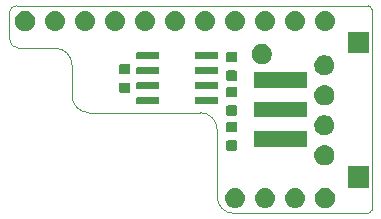
<source format=gts>
G04 #@! TF.GenerationSoftware,KiCad,Pcbnew,5.0.1*
G04 #@! TF.CreationDate,2019-10-27T19:11:33+01:00*
G04 #@! TF.ProjectId,OtterPill-CAN,4F7474657250696C6C2D43414E2E6B69,rev?*
G04 #@! TF.SameCoordinates,Original*
G04 #@! TF.FileFunction,Soldermask,Top*
G04 #@! TF.FilePolarity,Negative*
%FSLAX46Y46*%
G04 Gerber Fmt 4.6, Leading zero omitted, Abs format (unit mm)*
G04 Created by KiCad (PCBNEW 5.0.1) date Sun 27 Oct 2019 07:11:33 PM CET*
%MOMM*%
%LPD*%
G01*
G04 APERTURE LIST*
%ADD10C,0.050000*%
%ADD11C,0.100000*%
G04 APERTURE END LIST*
D10*
X63200000Y-37100000D02*
G75*
G02X62900000Y-37400000I-300000J0D01*
G01*
X62900000Y-19800000D02*
G75*
G02X63200000Y-20100000I0J-300000D01*
G01*
X32530000Y-20410000D02*
G75*
G02X33140000Y-19800000I610000J0D01*
G01*
X33320000Y-23405246D02*
X36404426Y-23405246D01*
X32530000Y-22615246D02*
G75*
G03X33320000Y-23405246I790000J0D01*
G01*
X37834459Y-24835279D02*
G75*
G03X36404426Y-23405246I-1430033J0D01*
G01*
X37834459Y-27430000D02*
X37834459Y-24835279D01*
X50115574Y-35969966D02*
G75*
G03X51545608Y-37400000I1430034J0D01*
G01*
X37834459Y-27430000D02*
G75*
G03X39264493Y-28860034I1430034J0D01*
G01*
X48690000Y-28860000D02*
X39260000Y-28860000D01*
X50115574Y-30290034D02*
G75*
G03X48685540Y-28860000I-1430034J0D01*
G01*
X50115574Y-35964754D02*
X50115574Y-30294754D01*
X32530000Y-20410000D02*
X32530000Y-22615246D01*
X62900000Y-19800000D02*
X33140000Y-19800000D01*
X63200000Y-20110000D02*
X63200000Y-37100000D01*
X51540000Y-37400000D02*
X62900000Y-37400000D01*
D11*
G36*
X56886630Y-35262299D02*
X57046855Y-35310903D01*
X57194520Y-35389831D01*
X57323949Y-35496051D01*
X57430169Y-35625480D01*
X57509097Y-35773145D01*
X57557701Y-35933370D01*
X57574112Y-36100000D01*
X57557701Y-36266630D01*
X57509097Y-36426855D01*
X57430169Y-36574520D01*
X57323949Y-36703949D01*
X57194520Y-36810169D01*
X57046855Y-36889097D01*
X56886630Y-36937701D01*
X56761752Y-36950000D01*
X56678248Y-36950000D01*
X56553370Y-36937701D01*
X56393145Y-36889097D01*
X56245480Y-36810169D01*
X56116051Y-36703949D01*
X56009831Y-36574520D01*
X55930903Y-36426855D01*
X55882299Y-36266630D01*
X55865888Y-36100000D01*
X55882299Y-35933370D01*
X55930903Y-35773145D01*
X56009831Y-35625480D01*
X56116051Y-35496051D01*
X56245480Y-35389831D01*
X56393145Y-35310903D01*
X56553370Y-35262299D01*
X56678248Y-35250000D01*
X56761752Y-35250000D01*
X56886630Y-35262299D01*
X56886630Y-35262299D01*
G37*
G36*
X59507934Y-35282664D02*
X59662627Y-35346740D01*
X59801847Y-35439764D01*
X59920236Y-35558153D01*
X60013260Y-35697373D01*
X60077336Y-35852066D01*
X60110000Y-36016281D01*
X60110000Y-36183719D01*
X60077336Y-36347934D01*
X60013260Y-36502627D01*
X59920236Y-36641847D01*
X59801847Y-36760236D01*
X59662627Y-36853260D01*
X59507934Y-36917336D01*
X59343719Y-36950000D01*
X59176281Y-36950000D01*
X59012066Y-36917336D01*
X58857373Y-36853260D01*
X58718153Y-36760236D01*
X58599764Y-36641847D01*
X58506740Y-36502627D01*
X58442664Y-36347934D01*
X58410000Y-36183719D01*
X58410000Y-36016281D01*
X58442664Y-35852066D01*
X58506740Y-35697373D01*
X58599764Y-35558153D01*
X58718153Y-35439764D01*
X58857373Y-35346740D01*
X59012066Y-35282664D01*
X59176281Y-35250000D01*
X59343719Y-35250000D01*
X59507934Y-35282664D01*
X59507934Y-35282664D01*
G37*
G36*
X51806630Y-35262299D02*
X51966855Y-35310903D01*
X52114520Y-35389831D01*
X52243949Y-35496051D01*
X52350169Y-35625480D01*
X52429097Y-35773145D01*
X52477701Y-35933370D01*
X52494112Y-36100000D01*
X52477701Y-36266630D01*
X52429097Y-36426855D01*
X52350169Y-36574520D01*
X52243949Y-36703949D01*
X52114520Y-36810169D01*
X51966855Y-36889097D01*
X51806630Y-36937701D01*
X51681752Y-36950000D01*
X51598248Y-36950000D01*
X51473370Y-36937701D01*
X51313145Y-36889097D01*
X51165480Y-36810169D01*
X51036051Y-36703949D01*
X50929831Y-36574520D01*
X50850903Y-36426855D01*
X50802299Y-36266630D01*
X50785888Y-36100000D01*
X50802299Y-35933370D01*
X50850903Y-35773145D01*
X50929831Y-35625480D01*
X51036051Y-35496051D01*
X51165480Y-35389831D01*
X51313145Y-35310903D01*
X51473370Y-35262299D01*
X51598248Y-35250000D01*
X51681752Y-35250000D01*
X51806630Y-35262299D01*
X51806630Y-35262299D01*
G37*
G36*
X54346630Y-35262299D02*
X54506855Y-35310903D01*
X54654520Y-35389831D01*
X54783949Y-35496051D01*
X54890169Y-35625480D01*
X54969097Y-35773145D01*
X55017701Y-35933370D01*
X55034112Y-36100000D01*
X55017701Y-36266630D01*
X54969097Y-36426855D01*
X54890169Y-36574520D01*
X54783949Y-36703949D01*
X54654520Y-36810169D01*
X54506855Y-36889097D01*
X54346630Y-36937701D01*
X54221752Y-36950000D01*
X54138248Y-36950000D01*
X54013370Y-36937701D01*
X53853145Y-36889097D01*
X53705480Y-36810169D01*
X53576051Y-36703949D01*
X53469831Y-36574520D01*
X53390903Y-36426855D01*
X53342299Y-36266630D01*
X53325888Y-36100000D01*
X53342299Y-35933370D01*
X53390903Y-35773145D01*
X53469831Y-35625480D01*
X53576051Y-35496051D01*
X53705480Y-35389831D01*
X53853145Y-35310903D01*
X54013370Y-35262299D01*
X54138248Y-35250000D01*
X54221752Y-35250000D01*
X54346630Y-35262299D01*
X54346630Y-35262299D01*
G37*
G36*
X62990000Y-35200000D02*
X61190000Y-35200000D01*
X61190000Y-33400000D01*
X62990000Y-33400000D01*
X62990000Y-35200000D01*
X62990000Y-35200000D01*
G37*
G36*
X59366630Y-31632299D02*
X59526855Y-31680903D01*
X59674520Y-31759831D01*
X59803949Y-31866051D01*
X59910169Y-31995480D01*
X59989097Y-32143145D01*
X60037701Y-32303370D01*
X60054112Y-32470000D01*
X60037701Y-32636630D01*
X59989097Y-32796855D01*
X59910169Y-32944520D01*
X59803949Y-33073949D01*
X59674520Y-33180169D01*
X59526855Y-33259097D01*
X59366630Y-33307701D01*
X59241752Y-33320000D01*
X59158248Y-33320000D01*
X59033370Y-33307701D01*
X58873145Y-33259097D01*
X58725480Y-33180169D01*
X58596051Y-33073949D01*
X58489831Y-32944520D01*
X58410903Y-32796855D01*
X58362299Y-32636630D01*
X58345888Y-32470000D01*
X58362299Y-32303370D01*
X58410903Y-32143145D01*
X58489831Y-31995480D01*
X58596051Y-31866051D01*
X58725480Y-31759831D01*
X58873145Y-31680903D01*
X59033370Y-31632299D01*
X59158248Y-31620000D01*
X59241752Y-31620000D01*
X59366630Y-31632299D01*
X59366630Y-31632299D01*
G37*
G36*
X51699116Y-31213595D02*
X51728313Y-31222452D01*
X51755218Y-31236833D01*
X51778808Y-31256192D01*
X51798167Y-31279782D01*
X51812548Y-31306687D01*
X51821405Y-31335884D01*
X51825000Y-31372390D01*
X51825000Y-31922610D01*
X51821405Y-31959116D01*
X51812548Y-31988313D01*
X51798167Y-32015218D01*
X51778808Y-32038808D01*
X51755218Y-32058167D01*
X51728313Y-32072548D01*
X51699116Y-32081405D01*
X51662610Y-32085000D01*
X51037390Y-32085000D01*
X51000884Y-32081405D01*
X50971687Y-32072548D01*
X50944782Y-32058167D01*
X50921192Y-32038808D01*
X50901833Y-32015218D01*
X50887452Y-31988313D01*
X50878595Y-31959116D01*
X50875000Y-31922610D01*
X50875000Y-31372390D01*
X50878595Y-31335884D01*
X50887452Y-31306687D01*
X50901833Y-31279782D01*
X50921192Y-31256192D01*
X50944782Y-31236833D01*
X50971687Y-31222452D01*
X51000884Y-31213595D01*
X51037390Y-31210000D01*
X51662610Y-31210000D01*
X51699116Y-31213595D01*
X51699116Y-31213595D01*
G37*
G36*
X57740000Y-31750000D02*
X53240000Y-31750000D01*
X53240000Y-30450000D01*
X57740000Y-30450000D01*
X57740000Y-31750000D01*
X57740000Y-31750000D01*
G37*
G36*
X59447934Y-29112664D02*
X59602627Y-29176740D01*
X59741847Y-29269764D01*
X59860236Y-29388153D01*
X59953260Y-29527373D01*
X60017336Y-29682066D01*
X60050000Y-29846281D01*
X60050000Y-30013719D01*
X60017336Y-30177934D01*
X59953260Y-30332627D01*
X59860236Y-30471847D01*
X59741847Y-30590236D01*
X59602627Y-30683260D01*
X59447934Y-30747336D01*
X59283719Y-30780000D01*
X59116281Y-30780000D01*
X58952066Y-30747336D01*
X58797373Y-30683260D01*
X58658153Y-30590236D01*
X58539764Y-30471847D01*
X58446740Y-30332627D01*
X58382664Y-30177934D01*
X58350000Y-30013719D01*
X58350000Y-29846281D01*
X58382664Y-29682066D01*
X58446740Y-29527373D01*
X58539764Y-29388153D01*
X58658153Y-29269764D01*
X58797373Y-29176740D01*
X58952066Y-29112664D01*
X59116281Y-29080000D01*
X59283719Y-29080000D01*
X59447934Y-29112664D01*
X59447934Y-29112664D01*
G37*
G36*
X51699116Y-29638595D02*
X51728313Y-29647452D01*
X51755218Y-29661833D01*
X51778808Y-29681192D01*
X51798167Y-29704782D01*
X51812548Y-29731687D01*
X51821405Y-29760884D01*
X51825000Y-29797390D01*
X51825000Y-30347610D01*
X51821405Y-30384116D01*
X51812548Y-30413313D01*
X51798167Y-30440218D01*
X51778808Y-30463808D01*
X51755218Y-30483167D01*
X51728313Y-30497548D01*
X51699116Y-30506405D01*
X51662610Y-30510000D01*
X51037390Y-30510000D01*
X51000884Y-30506405D01*
X50971687Y-30497548D01*
X50944782Y-30483167D01*
X50921192Y-30463808D01*
X50901833Y-30440218D01*
X50887452Y-30413313D01*
X50878595Y-30384116D01*
X50875000Y-30347610D01*
X50875000Y-29797390D01*
X50878595Y-29760884D01*
X50887452Y-29731687D01*
X50901833Y-29704782D01*
X50921192Y-29681192D01*
X50944782Y-29661833D01*
X50971687Y-29647452D01*
X51000884Y-29638595D01*
X51037390Y-29635000D01*
X51662610Y-29635000D01*
X51699116Y-29638595D01*
X51699116Y-29638595D01*
G37*
G36*
X57740000Y-29250000D02*
X53240000Y-29250000D01*
X53240000Y-27950000D01*
X57740000Y-27950000D01*
X57740000Y-29250000D01*
X57740000Y-29250000D01*
G37*
G36*
X51699116Y-28253595D02*
X51728313Y-28262452D01*
X51755218Y-28276833D01*
X51778808Y-28296192D01*
X51798167Y-28319782D01*
X51812548Y-28346687D01*
X51821405Y-28375884D01*
X51825000Y-28412390D01*
X51825000Y-28962610D01*
X51821405Y-28999116D01*
X51812548Y-29028313D01*
X51798167Y-29055218D01*
X51778808Y-29078808D01*
X51755218Y-29098167D01*
X51728313Y-29112548D01*
X51699116Y-29121405D01*
X51662610Y-29125000D01*
X51037390Y-29125000D01*
X51000884Y-29121405D01*
X50971687Y-29112548D01*
X50944782Y-29098167D01*
X50921192Y-29078808D01*
X50901833Y-29055218D01*
X50887452Y-29028313D01*
X50878595Y-28999116D01*
X50875000Y-28962610D01*
X50875000Y-28412390D01*
X50878595Y-28375884D01*
X50887452Y-28346687D01*
X50901833Y-28319782D01*
X50921192Y-28296192D01*
X50944782Y-28276833D01*
X50971687Y-28262452D01*
X51000884Y-28253595D01*
X51037390Y-28250000D01*
X51662610Y-28250000D01*
X51699116Y-28253595D01*
X51699116Y-28253595D01*
G37*
G36*
X59366630Y-26552299D02*
X59526855Y-26600903D01*
X59674520Y-26679831D01*
X59803949Y-26786051D01*
X59910169Y-26915480D01*
X59989097Y-27063145D01*
X60037701Y-27223370D01*
X60054112Y-27390000D01*
X60037701Y-27556630D01*
X59989097Y-27716855D01*
X59910169Y-27864520D01*
X59803949Y-27993949D01*
X59674520Y-28100169D01*
X59526855Y-28179097D01*
X59366630Y-28227701D01*
X59241752Y-28240000D01*
X59158248Y-28240000D01*
X59033370Y-28227701D01*
X58873145Y-28179097D01*
X58725480Y-28100169D01*
X58596051Y-27993949D01*
X58489831Y-27864520D01*
X58410903Y-27716855D01*
X58362299Y-27556630D01*
X58345888Y-27390000D01*
X58362299Y-27223370D01*
X58410903Y-27063145D01*
X58489831Y-26915480D01*
X58596051Y-26786051D01*
X58725480Y-26679831D01*
X58873145Y-26600903D01*
X59033370Y-26552299D01*
X59158248Y-26540000D01*
X59241752Y-26540000D01*
X59366630Y-26552299D01*
X59366630Y-26552299D01*
G37*
G36*
X45169452Y-27547274D02*
X45185750Y-27552218D01*
X45200777Y-27560251D01*
X45213944Y-27571056D01*
X45224749Y-27584223D01*
X45232782Y-27599250D01*
X45237726Y-27615548D01*
X45240000Y-27638640D01*
X45240000Y-28051360D01*
X45237726Y-28074452D01*
X45232782Y-28090750D01*
X45224749Y-28105777D01*
X45213944Y-28118944D01*
X45200777Y-28129749D01*
X45185750Y-28137782D01*
X45169452Y-28142726D01*
X45146360Y-28145000D01*
X43383640Y-28145000D01*
X43360548Y-28142726D01*
X43344250Y-28137782D01*
X43329223Y-28129749D01*
X43316056Y-28118944D01*
X43305251Y-28105777D01*
X43297218Y-28090750D01*
X43292274Y-28074452D01*
X43290000Y-28051360D01*
X43290000Y-27638640D01*
X43292274Y-27615548D01*
X43297218Y-27599250D01*
X43305251Y-27584223D01*
X43316056Y-27571056D01*
X43329223Y-27560251D01*
X43344250Y-27552218D01*
X43360548Y-27547274D01*
X43383640Y-27545000D01*
X45146360Y-27545000D01*
X45169452Y-27547274D01*
X45169452Y-27547274D01*
G37*
G36*
X50119452Y-27547274D02*
X50135750Y-27552218D01*
X50150777Y-27560251D01*
X50163944Y-27571056D01*
X50174749Y-27584223D01*
X50182782Y-27599250D01*
X50187726Y-27615548D01*
X50190000Y-27638640D01*
X50190000Y-28051360D01*
X50187726Y-28074452D01*
X50182782Y-28090750D01*
X50174749Y-28105777D01*
X50163944Y-28118944D01*
X50150777Y-28129749D01*
X50135750Y-28137782D01*
X50119452Y-28142726D01*
X50096360Y-28145000D01*
X48333640Y-28145000D01*
X48310548Y-28142726D01*
X48294250Y-28137782D01*
X48279223Y-28129749D01*
X48266056Y-28118944D01*
X48255251Y-28105777D01*
X48247218Y-28090750D01*
X48242274Y-28074452D01*
X48240000Y-28051360D01*
X48240000Y-27638640D01*
X48242274Y-27615548D01*
X48247218Y-27599250D01*
X48255251Y-27584223D01*
X48266056Y-27571056D01*
X48279223Y-27560251D01*
X48294250Y-27552218D01*
X48310548Y-27547274D01*
X48333640Y-27545000D01*
X50096360Y-27545000D01*
X50119452Y-27547274D01*
X50119452Y-27547274D01*
G37*
G36*
X51699116Y-26678595D02*
X51728313Y-26687452D01*
X51755218Y-26701833D01*
X51778808Y-26721192D01*
X51798167Y-26744782D01*
X51812548Y-26771687D01*
X51821405Y-26800884D01*
X51825000Y-26837390D01*
X51825000Y-27387610D01*
X51821405Y-27424116D01*
X51812548Y-27453313D01*
X51798167Y-27480218D01*
X51778808Y-27503808D01*
X51755218Y-27523167D01*
X51728313Y-27537548D01*
X51699116Y-27546405D01*
X51662610Y-27550000D01*
X51037390Y-27550000D01*
X51000884Y-27546405D01*
X50971687Y-27537548D01*
X50944782Y-27523167D01*
X50921192Y-27503808D01*
X50901833Y-27480218D01*
X50887452Y-27453313D01*
X50878595Y-27424116D01*
X50875000Y-27387610D01*
X50875000Y-26837390D01*
X50878595Y-26800884D01*
X50887452Y-26771687D01*
X50901833Y-26744782D01*
X50921192Y-26721192D01*
X50944782Y-26701833D01*
X50971687Y-26687452D01*
X51000884Y-26678595D01*
X51037390Y-26675000D01*
X51662610Y-26675000D01*
X51699116Y-26678595D01*
X51699116Y-26678595D01*
G37*
G36*
X42649116Y-26313596D02*
X42678313Y-26322453D01*
X42705218Y-26336834D01*
X42728808Y-26356193D01*
X42748167Y-26379783D01*
X42762548Y-26406688D01*
X42771405Y-26435885D01*
X42775000Y-26472391D01*
X42775000Y-27022611D01*
X42771405Y-27059117D01*
X42762548Y-27088314D01*
X42748167Y-27115219D01*
X42728808Y-27138809D01*
X42705218Y-27158168D01*
X42678313Y-27172549D01*
X42649116Y-27181406D01*
X42612610Y-27185001D01*
X41987390Y-27185001D01*
X41950884Y-27181406D01*
X41921687Y-27172549D01*
X41894782Y-27158168D01*
X41871192Y-27138809D01*
X41851833Y-27115219D01*
X41837452Y-27088314D01*
X41828595Y-27059117D01*
X41825000Y-27022611D01*
X41825000Y-26472391D01*
X41828595Y-26435885D01*
X41837452Y-26406688D01*
X41851833Y-26379783D01*
X41871192Y-26356193D01*
X41894782Y-26336834D01*
X41921687Y-26322453D01*
X41950884Y-26313596D01*
X41987390Y-26310001D01*
X42612610Y-26310001D01*
X42649116Y-26313596D01*
X42649116Y-26313596D01*
G37*
G36*
X45169452Y-26277274D02*
X45185750Y-26282218D01*
X45200777Y-26290251D01*
X45213944Y-26301056D01*
X45224749Y-26314223D01*
X45232782Y-26329250D01*
X45237726Y-26345548D01*
X45240000Y-26368640D01*
X45240000Y-26781360D01*
X45237726Y-26804452D01*
X45232782Y-26820750D01*
X45224749Y-26835777D01*
X45213944Y-26848944D01*
X45200777Y-26859749D01*
X45185750Y-26867782D01*
X45169452Y-26872726D01*
X45146360Y-26875000D01*
X43383640Y-26875000D01*
X43360548Y-26872726D01*
X43344250Y-26867782D01*
X43329223Y-26859749D01*
X43316056Y-26848944D01*
X43305251Y-26835777D01*
X43297218Y-26820750D01*
X43292274Y-26804452D01*
X43290000Y-26781360D01*
X43290000Y-26368640D01*
X43292274Y-26345548D01*
X43297218Y-26329250D01*
X43305251Y-26314223D01*
X43316056Y-26301056D01*
X43329223Y-26290251D01*
X43344250Y-26282218D01*
X43360548Y-26277274D01*
X43383640Y-26275000D01*
X45146360Y-26275000D01*
X45169452Y-26277274D01*
X45169452Y-26277274D01*
G37*
G36*
X50119452Y-26277274D02*
X50135750Y-26282218D01*
X50150777Y-26290251D01*
X50163944Y-26301056D01*
X50174749Y-26314223D01*
X50182782Y-26329250D01*
X50187726Y-26345548D01*
X50190000Y-26368640D01*
X50190000Y-26781360D01*
X50187726Y-26804452D01*
X50182782Y-26820750D01*
X50174749Y-26835777D01*
X50163944Y-26848944D01*
X50150777Y-26859749D01*
X50135750Y-26867782D01*
X50119452Y-26872726D01*
X50096360Y-26875000D01*
X48333640Y-26875000D01*
X48310548Y-26872726D01*
X48294250Y-26867782D01*
X48279223Y-26859749D01*
X48266056Y-26848944D01*
X48255251Y-26835777D01*
X48247218Y-26820750D01*
X48242274Y-26804452D01*
X48240000Y-26781360D01*
X48240000Y-26368640D01*
X48242274Y-26345548D01*
X48247218Y-26329250D01*
X48255251Y-26314223D01*
X48266056Y-26301056D01*
X48279223Y-26290251D01*
X48294250Y-26282218D01*
X48310548Y-26277274D01*
X48333640Y-26275000D01*
X50096360Y-26275000D01*
X50119452Y-26277274D01*
X50119452Y-26277274D01*
G37*
G36*
X57740000Y-26750000D02*
X53240000Y-26750000D01*
X53240000Y-25450000D01*
X57740000Y-25450000D01*
X57740000Y-26750000D01*
X57740000Y-26750000D01*
G37*
G36*
X51699116Y-25296095D02*
X51728313Y-25304952D01*
X51755218Y-25319333D01*
X51778808Y-25338692D01*
X51798167Y-25362282D01*
X51812548Y-25389187D01*
X51821405Y-25418384D01*
X51825000Y-25454890D01*
X51825000Y-26005110D01*
X51821405Y-26041616D01*
X51812548Y-26070813D01*
X51798167Y-26097718D01*
X51778808Y-26121308D01*
X51755218Y-26140667D01*
X51728313Y-26155048D01*
X51699116Y-26163905D01*
X51662610Y-26167500D01*
X51037390Y-26167500D01*
X51000884Y-26163905D01*
X50971687Y-26155048D01*
X50944782Y-26140667D01*
X50921192Y-26121308D01*
X50901833Y-26097718D01*
X50887452Y-26070813D01*
X50878595Y-26041616D01*
X50875000Y-26005110D01*
X50875000Y-25454890D01*
X50878595Y-25418384D01*
X50887452Y-25389187D01*
X50901833Y-25362282D01*
X50921192Y-25338692D01*
X50944782Y-25319333D01*
X50971687Y-25304952D01*
X51000884Y-25296095D01*
X51037390Y-25292500D01*
X51662610Y-25292500D01*
X51699116Y-25296095D01*
X51699116Y-25296095D01*
G37*
G36*
X59447934Y-24032664D02*
X59602627Y-24096740D01*
X59741847Y-24189764D01*
X59860236Y-24308153D01*
X59953260Y-24447373D01*
X60017336Y-24602066D01*
X60050000Y-24766281D01*
X60050000Y-24933719D01*
X60017336Y-25097934D01*
X59953260Y-25252627D01*
X59860236Y-25391847D01*
X59741847Y-25510236D01*
X59602627Y-25603260D01*
X59447934Y-25667336D01*
X59283719Y-25700000D01*
X59116281Y-25700000D01*
X58952066Y-25667336D01*
X58797373Y-25603260D01*
X58658153Y-25510236D01*
X58539764Y-25391847D01*
X58446740Y-25252627D01*
X58382664Y-25097934D01*
X58350000Y-24933719D01*
X58350000Y-24766281D01*
X58382664Y-24602066D01*
X58446740Y-24447373D01*
X58539764Y-24308153D01*
X58658153Y-24189764D01*
X58797373Y-24096740D01*
X58952066Y-24032664D01*
X59116281Y-24000000D01*
X59283719Y-24000000D01*
X59447934Y-24032664D01*
X59447934Y-24032664D01*
G37*
G36*
X42649116Y-24738594D02*
X42678313Y-24747451D01*
X42705218Y-24761832D01*
X42728808Y-24781191D01*
X42748167Y-24804781D01*
X42762548Y-24831686D01*
X42771405Y-24860883D01*
X42775000Y-24897389D01*
X42775000Y-25447609D01*
X42771405Y-25484115D01*
X42762548Y-25513312D01*
X42748167Y-25540217D01*
X42728808Y-25563807D01*
X42705218Y-25583166D01*
X42678313Y-25597547D01*
X42649116Y-25606404D01*
X42612610Y-25609999D01*
X41987390Y-25609999D01*
X41950884Y-25606404D01*
X41921687Y-25597547D01*
X41894782Y-25583166D01*
X41871192Y-25563807D01*
X41851833Y-25540217D01*
X41837452Y-25513312D01*
X41828595Y-25484115D01*
X41825000Y-25447609D01*
X41825000Y-24897389D01*
X41828595Y-24860883D01*
X41837452Y-24831686D01*
X41851833Y-24804781D01*
X41871192Y-24781191D01*
X41894782Y-24761832D01*
X41921687Y-24747451D01*
X41950884Y-24738594D01*
X41987390Y-24734999D01*
X42612610Y-24734999D01*
X42649116Y-24738594D01*
X42649116Y-24738594D01*
G37*
G36*
X50119452Y-25007274D02*
X50135750Y-25012218D01*
X50150777Y-25020251D01*
X50163944Y-25031056D01*
X50174749Y-25044223D01*
X50182782Y-25059250D01*
X50187726Y-25075548D01*
X50190000Y-25098640D01*
X50190000Y-25511360D01*
X50187726Y-25534452D01*
X50182782Y-25550750D01*
X50174749Y-25565777D01*
X50163944Y-25578944D01*
X50150777Y-25589749D01*
X50135750Y-25597782D01*
X50119452Y-25602726D01*
X50096360Y-25605000D01*
X48333640Y-25605000D01*
X48310548Y-25602726D01*
X48294250Y-25597782D01*
X48279223Y-25589749D01*
X48266056Y-25578944D01*
X48255251Y-25565777D01*
X48247218Y-25550750D01*
X48242274Y-25534452D01*
X48240000Y-25511360D01*
X48240000Y-25098640D01*
X48242274Y-25075548D01*
X48247218Y-25059250D01*
X48255251Y-25044223D01*
X48266056Y-25031056D01*
X48279223Y-25020251D01*
X48294250Y-25012218D01*
X48310548Y-25007274D01*
X48333640Y-25005000D01*
X50096360Y-25005000D01*
X50119452Y-25007274D01*
X50119452Y-25007274D01*
G37*
G36*
X45169452Y-25007274D02*
X45185750Y-25012218D01*
X45200777Y-25020251D01*
X45213944Y-25031056D01*
X45224749Y-25044223D01*
X45232782Y-25059250D01*
X45237726Y-25075548D01*
X45240000Y-25098640D01*
X45240000Y-25511360D01*
X45237726Y-25534452D01*
X45232782Y-25550750D01*
X45224749Y-25565777D01*
X45213944Y-25578944D01*
X45200777Y-25589749D01*
X45185750Y-25597782D01*
X45169452Y-25602726D01*
X45146360Y-25605000D01*
X43383640Y-25605000D01*
X43360548Y-25602726D01*
X43344250Y-25597782D01*
X43329223Y-25589749D01*
X43316056Y-25578944D01*
X43305251Y-25565777D01*
X43297218Y-25550750D01*
X43292274Y-25534452D01*
X43290000Y-25511360D01*
X43290000Y-25098640D01*
X43292274Y-25075548D01*
X43297218Y-25059250D01*
X43305251Y-25044223D01*
X43316056Y-25031056D01*
X43329223Y-25020251D01*
X43344250Y-25012218D01*
X43360548Y-25007274D01*
X43383640Y-25005000D01*
X45146360Y-25005000D01*
X45169452Y-25007274D01*
X45169452Y-25007274D01*
G37*
G36*
X54147934Y-23082664D02*
X54302627Y-23146740D01*
X54441847Y-23239764D01*
X54560236Y-23358153D01*
X54653260Y-23497373D01*
X54717336Y-23652066D01*
X54750000Y-23816281D01*
X54750000Y-23983719D01*
X54717336Y-24147934D01*
X54653260Y-24302627D01*
X54560236Y-24441847D01*
X54441847Y-24560236D01*
X54302627Y-24653260D01*
X54147934Y-24717336D01*
X53983719Y-24750000D01*
X53816281Y-24750000D01*
X53652066Y-24717336D01*
X53497373Y-24653260D01*
X53358153Y-24560236D01*
X53239764Y-24441847D01*
X53146740Y-24302627D01*
X53082664Y-24147934D01*
X53050000Y-23983719D01*
X53050000Y-23816281D01*
X53082664Y-23652066D01*
X53146740Y-23497373D01*
X53239764Y-23358153D01*
X53358153Y-23239764D01*
X53497373Y-23146740D01*
X53652066Y-23082664D01*
X53816281Y-23050000D01*
X53983719Y-23050000D01*
X54147934Y-23082664D01*
X54147934Y-23082664D01*
G37*
G36*
X51699116Y-23721095D02*
X51728313Y-23729952D01*
X51755218Y-23744333D01*
X51778808Y-23763692D01*
X51798167Y-23787282D01*
X51812548Y-23814187D01*
X51821405Y-23843384D01*
X51825000Y-23879890D01*
X51825000Y-24430110D01*
X51821405Y-24466616D01*
X51812548Y-24495813D01*
X51798167Y-24522718D01*
X51778808Y-24546308D01*
X51755218Y-24565667D01*
X51728313Y-24580048D01*
X51699116Y-24588905D01*
X51662610Y-24592500D01*
X51037390Y-24592500D01*
X51000884Y-24588905D01*
X50971687Y-24580048D01*
X50944782Y-24565667D01*
X50921192Y-24546308D01*
X50901833Y-24522718D01*
X50887452Y-24495813D01*
X50878595Y-24466616D01*
X50875000Y-24430110D01*
X50875000Y-23879890D01*
X50878595Y-23843384D01*
X50887452Y-23814187D01*
X50901833Y-23787282D01*
X50921192Y-23763692D01*
X50944782Y-23744333D01*
X50971687Y-23729952D01*
X51000884Y-23721095D01*
X51037390Y-23717500D01*
X51662610Y-23717500D01*
X51699116Y-23721095D01*
X51699116Y-23721095D01*
G37*
G36*
X50119452Y-23737274D02*
X50135750Y-23742218D01*
X50150777Y-23750251D01*
X50163944Y-23761056D01*
X50174749Y-23774223D01*
X50182782Y-23789250D01*
X50187726Y-23805548D01*
X50190000Y-23828640D01*
X50190000Y-24241360D01*
X50187726Y-24264452D01*
X50182782Y-24280750D01*
X50174749Y-24295777D01*
X50163944Y-24308944D01*
X50150777Y-24319749D01*
X50135750Y-24327782D01*
X50119452Y-24332726D01*
X50096360Y-24335000D01*
X48333640Y-24335000D01*
X48310548Y-24332726D01*
X48294250Y-24327782D01*
X48279223Y-24319749D01*
X48266056Y-24308944D01*
X48255251Y-24295777D01*
X48247218Y-24280750D01*
X48242274Y-24264452D01*
X48240000Y-24241360D01*
X48240000Y-23828640D01*
X48242274Y-23805548D01*
X48247218Y-23789250D01*
X48255251Y-23774223D01*
X48266056Y-23761056D01*
X48279223Y-23750251D01*
X48294250Y-23742218D01*
X48310548Y-23737274D01*
X48333640Y-23735000D01*
X50096360Y-23735000D01*
X50119452Y-23737274D01*
X50119452Y-23737274D01*
G37*
G36*
X45169452Y-23737274D02*
X45185750Y-23742218D01*
X45200777Y-23750251D01*
X45213944Y-23761056D01*
X45224749Y-23774223D01*
X45232782Y-23789250D01*
X45237726Y-23805548D01*
X45240000Y-23828640D01*
X45240000Y-24241360D01*
X45237726Y-24264452D01*
X45232782Y-24280750D01*
X45224749Y-24295777D01*
X45213944Y-24308944D01*
X45200777Y-24319749D01*
X45185750Y-24327782D01*
X45169452Y-24332726D01*
X45146360Y-24335000D01*
X43383640Y-24335000D01*
X43360548Y-24332726D01*
X43344250Y-24327782D01*
X43329223Y-24319749D01*
X43316056Y-24308944D01*
X43305251Y-24295777D01*
X43297218Y-24280750D01*
X43292274Y-24264452D01*
X43290000Y-24241360D01*
X43290000Y-23828640D01*
X43292274Y-23805548D01*
X43297218Y-23789250D01*
X43305251Y-23774223D01*
X43316056Y-23761056D01*
X43329223Y-23750251D01*
X43344250Y-23742218D01*
X43360548Y-23737274D01*
X43383640Y-23735000D01*
X45146360Y-23735000D01*
X45169452Y-23737274D01*
X45169452Y-23737274D01*
G37*
G36*
X62990000Y-23800000D02*
X61190000Y-23800000D01*
X61190000Y-22000000D01*
X62990000Y-22000000D01*
X62990000Y-23800000D01*
X62990000Y-23800000D01*
G37*
G36*
X49266630Y-20262299D02*
X49426855Y-20310903D01*
X49574520Y-20389831D01*
X49703949Y-20496051D01*
X49810169Y-20625480D01*
X49889097Y-20773145D01*
X49937701Y-20933370D01*
X49954112Y-21100000D01*
X49937701Y-21266630D01*
X49889097Y-21426855D01*
X49810169Y-21574520D01*
X49703949Y-21703949D01*
X49574520Y-21810169D01*
X49426855Y-21889097D01*
X49266630Y-21937701D01*
X49141752Y-21950000D01*
X49058248Y-21950000D01*
X48933370Y-21937701D01*
X48773145Y-21889097D01*
X48625480Y-21810169D01*
X48496051Y-21703949D01*
X48389831Y-21574520D01*
X48310903Y-21426855D01*
X48262299Y-21266630D01*
X48245888Y-21100000D01*
X48262299Y-20933370D01*
X48310903Y-20773145D01*
X48389831Y-20625480D01*
X48496051Y-20496051D01*
X48625480Y-20389831D01*
X48773145Y-20310903D01*
X48933370Y-20262299D01*
X49058248Y-20250000D01*
X49141752Y-20250000D01*
X49266630Y-20262299D01*
X49266630Y-20262299D01*
G37*
G36*
X54346630Y-20262299D02*
X54506855Y-20310903D01*
X54654520Y-20389831D01*
X54783949Y-20496051D01*
X54890169Y-20625480D01*
X54969097Y-20773145D01*
X55017701Y-20933370D01*
X55034112Y-21100000D01*
X55017701Y-21266630D01*
X54969097Y-21426855D01*
X54890169Y-21574520D01*
X54783949Y-21703949D01*
X54654520Y-21810169D01*
X54506855Y-21889097D01*
X54346630Y-21937701D01*
X54221752Y-21950000D01*
X54138248Y-21950000D01*
X54013370Y-21937701D01*
X53853145Y-21889097D01*
X53705480Y-21810169D01*
X53576051Y-21703949D01*
X53469831Y-21574520D01*
X53390903Y-21426855D01*
X53342299Y-21266630D01*
X53325888Y-21100000D01*
X53342299Y-20933370D01*
X53390903Y-20773145D01*
X53469831Y-20625480D01*
X53576051Y-20496051D01*
X53705480Y-20389831D01*
X53853145Y-20310903D01*
X54013370Y-20262299D01*
X54138248Y-20250000D01*
X54221752Y-20250000D01*
X54346630Y-20262299D01*
X54346630Y-20262299D01*
G37*
G36*
X44186630Y-20262299D02*
X44346855Y-20310903D01*
X44494520Y-20389831D01*
X44623949Y-20496051D01*
X44730169Y-20625480D01*
X44809097Y-20773145D01*
X44857701Y-20933370D01*
X44874112Y-21100000D01*
X44857701Y-21266630D01*
X44809097Y-21426855D01*
X44730169Y-21574520D01*
X44623949Y-21703949D01*
X44494520Y-21810169D01*
X44346855Y-21889097D01*
X44186630Y-21937701D01*
X44061752Y-21950000D01*
X43978248Y-21950000D01*
X43853370Y-21937701D01*
X43693145Y-21889097D01*
X43545480Y-21810169D01*
X43416051Y-21703949D01*
X43309831Y-21574520D01*
X43230903Y-21426855D01*
X43182299Y-21266630D01*
X43165888Y-21100000D01*
X43182299Y-20933370D01*
X43230903Y-20773145D01*
X43309831Y-20625480D01*
X43416051Y-20496051D01*
X43545480Y-20389831D01*
X43693145Y-20310903D01*
X43853370Y-20262299D01*
X43978248Y-20250000D01*
X44061752Y-20250000D01*
X44186630Y-20262299D01*
X44186630Y-20262299D01*
G37*
G36*
X41646630Y-20262299D02*
X41806855Y-20310903D01*
X41954520Y-20389831D01*
X42083949Y-20496051D01*
X42190169Y-20625480D01*
X42269097Y-20773145D01*
X42317701Y-20933370D01*
X42334112Y-21100000D01*
X42317701Y-21266630D01*
X42269097Y-21426855D01*
X42190169Y-21574520D01*
X42083949Y-21703949D01*
X41954520Y-21810169D01*
X41806855Y-21889097D01*
X41646630Y-21937701D01*
X41521752Y-21950000D01*
X41438248Y-21950000D01*
X41313370Y-21937701D01*
X41153145Y-21889097D01*
X41005480Y-21810169D01*
X40876051Y-21703949D01*
X40769831Y-21574520D01*
X40690903Y-21426855D01*
X40642299Y-21266630D01*
X40625888Y-21100000D01*
X40642299Y-20933370D01*
X40690903Y-20773145D01*
X40769831Y-20625480D01*
X40876051Y-20496051D01*
X41005480Y-20389831D01*
X41153145Y-20310903D01*
X41313370Y-20262299D01*
X41438248Y-20250000D01*
X41521752Y-20250000D01*
X41646630Y-20262299D01*
X41646630Y-20262299D01*
G37*
G36*
X39106630Y-20262299D02*
X39266855Y-20310903D01*
X39414520Y-20389831D01*
X39543949Y-20496051D01*
X39650169Y-20625480D01*
X39729097Y-20773145D01*
X39777701Y-20933370D01*
X39794112Y-21100000D01*
X39777701Y-21266630D01*
X39729097Y-21426855D01*
X39650169Y-21574520D01*
X39543949Y-21703949D01*
X39414520Y-21810169D01*
X39266855Y-21889097D01*
X39106630Y-21937701D01*
X38981752Y-21950000D01*
X38898248Y-21950000D01*
X38773370Y-21937701D01*
X38613145Y-21889097D01*
X38465480Y-21810169D01*
X38336051Y-21703949D01*
X38229831Y-21574520D01*
X38150903Y-21426855D01*
X38102299Y-21266630D01*
X38085888Y-21100000D01*
X38102299Y-20933370D01*
X38150903Y-20773145D01*
X38229831Y-20625480D01*
X38336051Y-20496051D01*
X38465480Y-20389831D01*
X38613145Y-20310903D01*
X38773370Y-20262299D01*
X38898248Y-20250000D01*
X38981752Y-20250000D01*
X39106630Y-20262299D01*
X39106630Y-20262299D01*
G37*
G36*
X36566630Y-20262299D02*
X36726855Y-20310903D01*
X36874520Y-20389831D01*
X37003949Y-20496051D01*
X37110169Y-20625480D01*
X37189097Y-20773145D01*
X37237701Y-20933370D01*
X37254112Y-21100000D01*
X37237701Y-21266630D01*
X37189097Y-21426855D01*
X37110169Y-21574520D01*
X37003949Y-21703949D01*
X36874520Y-21810169D01*
X36726855Y-21889097D01*
X36566630Y-21937701D01*
X36441752Y-21950000D01*
X36358248Y-21950000D01*
X36233370Y-21937701D01*
X36073145Y-21889097D01*
X35925480Y-21810169D01*
X35796051Y-21703949D01*
X35689831Y-21574520D01*
X35610903Y-21426855D01*
X35562299Y-21266630D01*
X35545888Y-21100000D01*
X35562299Y-20933370D01*
X35610903Y-20773145D01*
X35689831Y-20625480D01*
X35796051Y-20496051D01*
X35925480Y-20389831D01*
X36073145Y-20310903D01*
X36233370Y-20262299D01*
X36358248Y-20250000D01*
X36441752Y-20250000D01*
X36566630Y-20262299D01*
X36566630Y-20262299D01*
G37*
G36*
X34107934Y-20282664D02*
X34262627Y-20346740D01*
X34401847Y-20439764D01*
X34520236Y-20558153D01*
X34613260Y-20697373D01*
X34677336Y-20852066D01*
X34710000Y-21016281D01*
X34710000Y-21183719D01*
X34677336Y-21347934D01*
X34613260Y-21502627D01*
X34520236Y-21641847D01*
X34401847Y-21760236D01*
X34262627Y-21853260D01*
X34107934Y-21917336D01*
X33943719Y-21950000D01*
X33776281Y-21950000D01*
X33612066Y-21917336D01*
X33457373Y-21853260D01*
X33318153Y-21760236D01*
X33199764Y-21641847D01*
X33106740Y-21502627D01*
X33042664Y-21347934D01*
X33010000Y-21183719D01*
X33010000Y-21016281D01*
X33042664Y-20852066D01*
X33106740Y-20697373D01*
X33199764Y-20558153D01*
X33318153Y-20439764D01*
X33457373Y-20346740D01*
X33612066Y-20282664D01*
X33776281Y-20250000D01*
X33943719Y-20250000D01*
X34107934Y-20282664D01*
X34107934Y-20282664D01*
G37*
G36*
X46726630Y-20262299D02*
X46886855Y-20310903D01*
X47034520Y-20389831D01*
X47163949Y-20496051D01*
X47270169Y-20625480D01*
X47349097Y-20773145D01*
X47397701Y-20933370D01*
X47414112Y-21100000D01*
X47397701Y-21266630D01*
X47349097Y-21426855D01*
X47270169Y-21574520D01*
X47163949Y-21703949D01*
X47034520Y-21810169D01*
X46886855Y-21889097D01*
X46726630Y-21937701D01*
X46601752Y-21950000D01*
X46518248Y-21950000D01*
X46393370Y-21937701D01*
X46233145Y-21889097D01*
X46085480Y-21810169D01*
X45956051Y-21703949D01*
X45849831Y-21574520D01*
X45770903Y-21426855D01*
X45722299Y-21266630D01*
X45705888Y-21100000D01*
X45722299Y-20933370D01*
X45770903Y-20773145D01*
X45849831Y-20625480D01*
X45956051Y-20496051D01*
X46085480Y-20389831D01*
X46233145Y-20310903D01*
X46393370Y-20262299D01*
X46518248Y-20250000D01*
X46601752Y-20250000D01*
X46726630Y-20262299D01*
X46726630Y-20262299D01*
G37*
G36*
X51806630Y-20262299D02*
X51966855Y-20310903D01*
X52114520Y-20389831D01*
X52243949Y-20496051D01*
X52350169Y-20625480D01*
X52429097Y-20773145D01*
X52477701Y-20933370D01*
X52494112Y-21100000D01*
X52477701Y-21266630D01*
X52429097Y-21426855D01*
X52350169Y-21574520D01*
X52243949Y-21703949D01*
X52114520Y-21810169D01*
X51966855Y-21889097D01*
X51806630Y-21937701D01*
X51681752Y-21950000D01*
X51598248Y-21950000D01*
X51473370Y-21937701D01*
X51313145Y-21889097D01*
X51165480Y-21810169D01*
X51036051Y-21703949D01*
X50929831Y-21574520D01*
X50850903Y-21426855D01*
X50802299Y-21266630D01*
X50785888Y-21100000D01*
X50802299Y-20933370D01*
X50850903Y-20773145D01*
X50929831Y-20625480D01*
X51036051Y-20496051D01*
X51165480Y-20389831D01*
X51313145Y-20310903D01*
X51473370Y-20262299D01*
X51598248Y-20250000D01*
X51681752Y-20250000D01*
X51806630Y-20262299D01*
X51806630Y-20262299D01*
G37*
G36*
X56886630Y-20262299D02*
X57046855Y-20310903D01*
X57194520Y-20389831D01*
X57323949Y-20496051D01*
X57430169Y-20625480D01*
X57509097Y-20773145D01*
X57557701Y-20933370D01*
X57574112Y-21100000D01*
X57557701Y-21266630D01*
X57509097Y-21426855D01*
X57430169Y-21574520D01*
X57323949Y-21703949D01*
X57194520Y-21810169D01*
X57046855Y-21889097D01*
X56886630Y-21937701D01*
X56761752Y-21950000D01*
X56678248Y-21950000D01*
X56553370Y-21937701D01*
X56393145Y-21889097D01*
X56245480Y-21810169D01*
X56116051Y-21703949D01*
X56009831Y-21574520D01*
X55930903Y-21426855D01*
X55882299Y-21266630D01*
X55865888Y-21100000D01*
X55882299Y-20933370D01*
X55930903Y-20773145D01*
X56009831Y-20625480D01*
X56116051Y-20496051D01*
X56245480Y-20389831D01*
X56393145Y-20310903D01*
X56553370Y-20262299D01*
X56678248Y-20250000D01*
X56761752Y-20250000D01*
X56886630Y-20262299D01*
X56886630Y-20262299D01*
G37*
G36*
X59426630Y-20262299D02*
X59586855Y-20310903D01*
X59734520Y-20389831D01*
X59863949Y-20496051D01*
X59970169Y-20625480D01*
X60049097Y-20773145D01*
X60097701Y-20933370D01*
X60114112Y-21100000D01*
X60097701Y-21266630D01*
X60049097Y-21426855D01*
X59970169Y-21574520D01*
X59863949Y-21703949D01*
X59734520Y-21810169D01*
X59586855Y-21889097D01*
X59426630Y-21937701D01*
X59301752Y-21950000D01*
X59218248Y-21950000D01*
X59093370Y-21937701D01*
X58933145Y-21889097D01*
X58785480Y-21810169D01*
X58656051Y-21703949D01*
X58549831Y-21574520D01*
X58470903Y-21426855D01*
X58422299Y-21266630D01*
X58405888Y-21100000D01*
X58422299Y-20933370D01*
X58470903Y-20773145D01*
X58549831Y-20625480D01*
X58656051Y-20496051D01*
X58785480Y-20389831D01*
X58933145Y-20310903D01*
X59093370Y-20262299D01*
X59218248Y-20250000D01*
X59301752Y-20250000D01*
X59426630Y-20262299D01*
X59426630Y-20262299D01*
G37*
M02*

</source>
